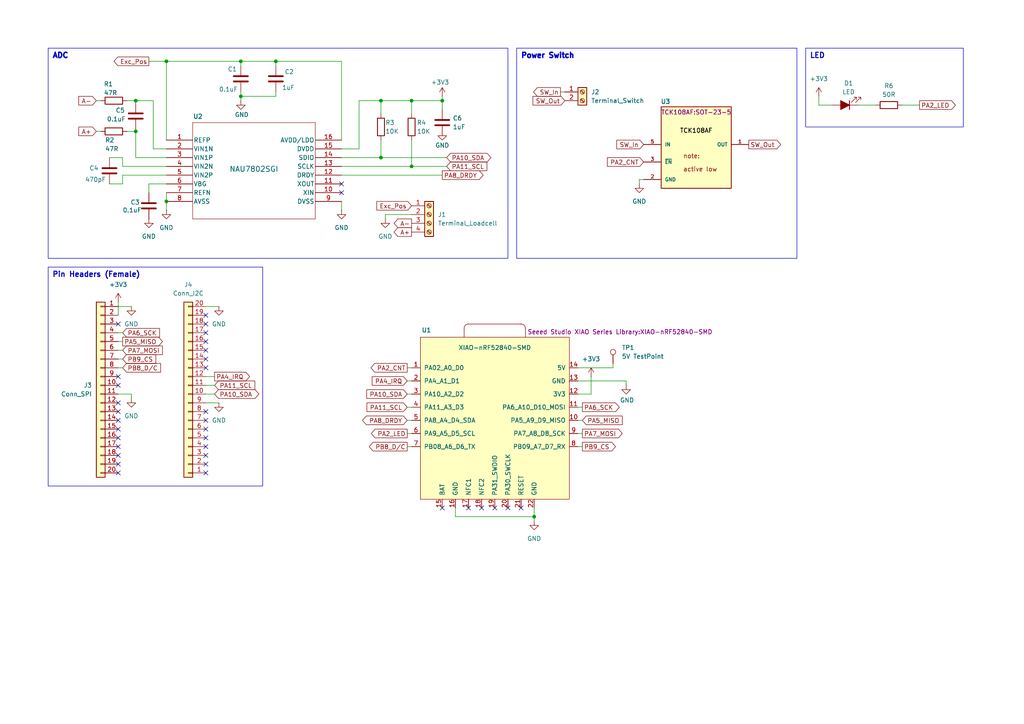
<source format=kicad_sch>
(kicad_sch (version 20231120) (generator "eeschema") (generator_version "8.0")
  (paper "A4")
  (title_block (title "Rocket Gravimetric Espresso Schematic"))
  (lib_symbols
    (symbol "Connector:Screw_Terminal_01x02" (pin_names (offset 1.016) hide)
      (property "Reference" "J" (at 0 2.54 0))
      (property "Value" "Screw_Terminal_01x02" (at 0 -5.08 0))
      (symbol "Screw_Terminal_01x02_1_1"
        (rectangle (start -1.27 1.27) (end 1.27 -3.81) (stroke (width 0.254)) (fill (type background)))
        (circle (center 0 -2.54) (radius 0.635) (stroke (width 0.1524)))
        (polyline (pts (xy -0.5334 -2.2098) (xy 0.3302 -3.048)) (stroke (width 0.1524)))
        (polyline (pts (xy -0.5334 0.3302) (xy 0.3302 -0.508)) (stroke (width 0.1524)))
        (polyline (pts (xy -0.3556 -2.032) (xy 0.508 -2.8702)) (stroke (width 0.1524)))
        (polyline (pts (xy -0.3556 0.508) (xy 0.508 -0.3302)) (stroke (width 0.1524)))
        (circle (center 0 0) (radius 0.635) (stroke (width 0.1524)))
        (pin passive line (at -5.08 0 0) (length 3.81) (name "Pin_1") (number "1"))
        (pin passive line (at -5.08 -2.54 0) (length 3.81) (name "Pin_2") (number "2"))
      )
    )
    (symbol "Connector:Screw_Terminal_01x04" (pin_names (offset 1.016) hide)
      (property "Reference" "J" (at 0 5.08 0))
      (property "Value" "Screw_Terminal_01x04" (at 0 -7.62 0))
      (symbol "Screw_Terminal_01x04_1_1"
        (rectangle (start -1.27 3.81) (end 1.27 -6.35) (stroke (width 0.254)) (fill (type background)))
        (circle (center 0 -5.08) (radius 0.635) (stroke (width 0.1524)))
        (circle (center 0 -2.54) (radius 0.635) (stroke (width 0.1524)))
        (polyline (pts (xy -0.5334 -4.7498) (xy 0.3302 -5.588)) (stroke (width 0.1524)))
        (polyline (pts (xy -0.5334 -2.2098) (xy 0.3302 -3.048)) (stroke (width 0.1524)))
        (polyline (pts (xy -0.5334 0.3302) (xy 0.3302 -0.508)) (stroke (width 0.1524)))
        (polyline (pts (xy -0.5334 2.8702) (xy 0.3302 2.032)) (stroke (width 0.1524)))
        (polyline (pts (xy -0.3556 -4.572) (xy 0.508 -5.4102)) (stroke (width 0.1524)))
        (polyline (pts (xy -0.3556 -2.032) (xy 0.508 -2.8702)) (stroke (width 0.1524)))
        (polyline (pts (xy -0.3556 0.508) (xy 0.508 -0.3302)) (stroke (width 0.1524)))
        (polyline (pts (xy -0.3556 3.048) (xy 0.508 2.2098)) (stroke (width 0.1524)))
        (circle (center 0 0) (radius 0.635) (stroke (width 0.1524)))
        (circle (center 0 2.54) (radius 0.635) (stroke (width 0.1524)))
        (pin passive line (at -5.08 2.54 0) (length 3.81) (name "Pin_1") (number "1"))
        (pin passive line (at -5.08 0 0) (length 3.81) (name "Pin_2") (number "2"))
        (pin passive line (at -5.08 -2.54 0) (length 3.81) (name "Pin_3") (number "3"))
        (pin passive line (at -5.08 -5.08 0) (length 3.81) (name "Pin_4") (number "4"))
      )
    )
    (symbol "Connector:TestPoint" (pin_numbers hide) (pin_names (offset 0.762) hide)
      (property "Reference" "TP" (at 0 6.858 0))
      (property "Value" "TestPoint" (at 0 5.08 0))
      (symbol "TestPoint_0_1"
        (circle (center 0 3.302) (radius 0.762))
      )
      (symbol "TestPoint_1_1"
        (pin passive line (at 0 0 90) (length 2.54) (name "1") (number "1"))
      )
    )
    (symbol "Connector_Generic:Conn_01x20" (pin_names (offset 1.016) hide)
      (property "Reference" "J" (at 0 25.4 0))
      (property "Value" "Conn_01x20" (at 0 -27.94 0))
      (symbol "Conn_01x20_1_1"
        (rectangle (start -1.27 -25.273) (end 0 -25.527) (stroke (width 0.1524)))
        (rectangle (start -1.27 -22.733) (end 0 -22.987) (stroke (width 0.1524)))
        (rectangle (start -1.27 -20.193) (end 0 -20.447) (stroke (width 0.1524)))
        (rectangle (start -1.27 -17.653) (end 0 -17.907) (stroke (width 0.1524)))
        (rectangle (start -1.27 -15.113) (end 0 -15.367) (stroke (width 0.1524)))
        (rectangle (start -1.27 -12.573) (end 0 -12.827) (stroke (width 0.1524)))
        (rectangle (start -1.27 -10.033) (end 0 -10.287) (stroke (width 0.1524)))
        (rectangle (start -1.27 -7.493) (end 0 -7.747) (stroke (width 0.1524)))
        (rectangle (start -1.27 -4.953) (end 0 -5.207) (stroke (width 0.1524)))
        (rectangle (start -1.27 -2.413) (end 0 -2.667) (stroke (width 0.1524)))
        (rectangle (start -1.27 0.127) (end 0 -0.127) (stroke (width 0.1524)))
        (rectangle (start -1.27 2.667) (end 0 2.413) (stroke (width 0.1524)))
        (rectangle (start -1.27 5.207) (end 0 4.953) (stroke (width 0.1524)))
        (rectangle (start -1.27 7.747) (end 0 7.493) (stroke (width 0.1524)))
        (rectangle (start -1.27 10.287) (end 0 10.033) (stroke (width 0.1524)))
        (rectangle (start -1.27 12.827) (end 0 12.573) (stroke (width 0.1524)))
        (rectangle (start -1.27 15.367) (end 0 15.113) (stroke (width 0.1524)))
        (rectangle (start -1.27 17.907) (end 0 17.653) (stroke (width 0.1524)))
        (rectangle (start -1.27 20.447) (end 0 20.193) (stroke (width 0.1524)))
        (rectangle (start -1.27 22.987) (end 0 22.733) (stroke (width 0.1524)))
        (rectangle (start -1.27 24.13) (end 1.27 -26.67) (stroke (width 0.254)) (fill (type background)))
        (pin passive line (at -5.08 22.86 0) (length 3.81) (name "Pin_1") (number "1"))
        (pin passive line (at -5.08 0 0) (length 3.81) (name "Pin_10") (number "10"))
        (pin passive line (at -5.08 -2.54 0) (length 3.81) (name "Pin_11") (number "11"))
        (pin passive line (at -5.08 -5.08 0) (length 3.81) (name "Pin_12") (number "12"))
        (pin passive line (at -5.08 -7.62 0) (length 3.81) (name "Pin_13") (number "13"))
        (pin passive line (at -5.08 -10.16 0) (length 3.81) (name "Pin_14") (number "14"))
        (pin passive line (at -5.08 -12.7 0) (length 3.81) (name "Pin_15") (number "15"))
        (pin passive line (at -5.08 -15.24 0) (length 3.81) (name "Pin_16") (number "16"))
        (pin passive line (at -5.08 -17.78 0) (length 3.81) (name "Pin_17") (number "17"))
        (pin passive line (at -5.08 -20.32 0) (length 3.81) (name "Pin_18") (number "18"))
        (pin passive line (at -5.08 -22.86 0) (length 3.81) (name "Pin_19") (number "19"))
        (pin passive line (at -5.08 20.32 0) (length 3.81) (name "Pin_2") (number "2"))
        (pin passive line (at -5.08 -25.4 0) (length 3.81) (name "Pin_20") (number "20"))
        (pin passive line (at -5.08 17.78 0) (length 3.81) (name "Pin_3") (number "3"))
        (pin passive line (at -5.08 15.24 0) (length 3.81) (name "Pin_4") (number "4"))
        (pin passive line (at -5.08 12.7 0) (length 3.81) (name "Pin_5") (number "5"))
        (pin passive line (at -5.08 10.16 0) (length 3.81) (name "Pin_6") (number "6"))
        (pin passive line (at -5.08 7.62 0) (length 3.81) (name "Pin_7") (number "7"))
        (pin passive line (at -5.08 5.08 0) (length 3.81) (name "Pin_8") (number "8"))
        (pin passive line (at -5.08 2.54 0) (length 3.81) (name "Pin_9") (number "9"))
      )
    )
    (symbol "Device:C" (pin_numbers hide) (pin_names (offset 0.254))
      (property "Reference" "C" (at 0.635 2.54 0))
      (property "Value" "C" (at 0.635 -2.54 0))
      (symbol "C_0_1"
        (polyline (pts (xy -2.032 -0.762) (xy 2.032 -0.762)) (stroke (width 0.508)))
        (polyline (pts (xy -2.032 0.762) (xy 2.032 0.762)) (stroke (width 0.508)))
      )
      (symbol "C_1_1"
        (pin passive line (at 0 3.81 270) (length 2.794) (name "~") (number "1"))
        (pin passive line (at 0 -3.81 90) (length 2.794) (name "~") (number "2"))
      )
    )
    (symbol "Device:LED_Filled" (pin_numbers hide) (pin_names (offset 1.016) hide)
      (property "Reference" "D" (at 0 2.54 0))
      (property "Value" "LED_Filled" (at 0 -2.54 0))
      (symbol "LED_Filled_0_1"
        (polyline (pts (xy -1.27 -1.27) (xy -1.27 1.27)) (stroke (width 0.254)))
        (polyline (pts (xy -1.27 0) (xy 1.27 0)))
        (polyline (pts (xy 1.27 -1.27) (xy 1.27 1.27) (xy -1.27 0) (xy 1.27 -1.27)) (stroke (width 0.254)) (fill (type outline)))
        (polyline (pts (xy -3.048 -0.762) (xy -4.572 -2.286) (xy -3.81 -2.286) (xy -4.572 -2.286) (xy -4.572 -1.524)))
        (polyline (pts (xy -1.778 -0.762) (xy -3.302 -2.286) (xy -2.54 -2.286) (xy -3.302 -2.286) (xy -3.302 -1.524)))
      )
      (symbol "LED_Filled_1_1"
        (pin passive line (at -3.81 0 0) (length 2.54) (name "K") (number "1"))
        (pin passive line (at 3.81 0 180) (length 2.54) (name "A") (number "2"))
      )
    )
    (symbol "Device:R" (pin_numbers hide) (pin_names (offset 0))
      (property "Reference" "R" (at 2.032 0 90))
      (property "Value" "R" (at 0 0 90))
      (symbol "R_0_1"
        (rectangle (start -1.016 -2.54) (end 1.016 2.54) (stroke (width 0.254)))
      )
      (symbol "R_1_1"
        (pin passive line (at 0 3.81 270) (length 1.27) (name "~") (number "1"))
        (pin passive line (at 0 -3.81 90) (length 1.27) (name "~") (number "2"))
      )
    )
    (symbol "MCU_SEEED_XIAO_Series:XIAO-nRF52840-SMD" (pin_names (offset 1.016))
      (property "Reference" "U1" (at -19.812 22.352 0))
      (property "Value" "XIAO-nRF52840-SMD" (at 0 17.272 0))
      (symbol "XIAO-nRF52840-SMD_1_1"
        (rectangle (start -21.59 20.32) (end 21.59 -26.67) (fill (type background)))
        (arc (start -7.62 24.13) (mid -8.518 23.758) (end -8.89 22.86))
        (polyline (pts (xy -8.89 22.86) (xy -8.89 20.32)))
        (polyline (pts (xy -7.62 24.13) (xy 7.62 24.13)))
        (polyline (pts (xy 8.89 22.86) (xy 8.89 20.32)))
        (arc (start 7.62 24.13) (mid 7.62 24.13) (end 7.62 24.13))
        (arc (start 8.89 22.86) (mid 8.518 23.758) (end 7.62 24.13))
        (arc (start 8.89 22.86) (mid 8.89 22.86) (end 8.89 22.86))
        (pin passive line (at -24.13 11.43 0) (length 2.54) (name "PA02_A0_D0") (number "1"))
        (pin passive line (at 24.13 -3.81 180) (length 2.54) (name "PA5_A9_D9_MISO") (number "10"))
        (pin passive line (at 24.13 0 180) (length 2.54) (name "PA6_A10_D10_MOSI") (number "11"))
        (pin passive line (at 24.13 3.81 180) (length 2.54) (name "3V3") (number "12"))
        (pin passive line (at 24.13 7.62 180) (length 2.54) (name "GND") (number "13"))
        (pin passive line (at 24.13 11.43 180) (length 2.54) (name "5V") (number "14"))
        (pin passive line (at -15.24 -29.21 90) (length 2.54) (name "BAT") (number "15"))
        (pin passive line (at -11.43 -29.21 90) (length 2.54) (name "GND") (number "16"))
        (pin passive line (at -7.62 -29.21 90) (length 2.54) (name "NFC1") (number "17"))
        (pin passive line (at -3.81 -29.21 90) (length 2.54) (name "NFC2") (number "18"))
        (pin passive line (at 0 -29.21 90) (length 2.54) (name "PA31_SWDIO") (number "19"))
        (pin passive line (at -24.13 7.62 0) (length 2.54) (name "PA4_A1_D1") (number "2"))
        (pin passive line (at 3.81 -29.21 90) (length 2.54) (name "PA30_SWCLK") (number "20"))
        (pin passive line (at 7.62 -29.21 90) (length 2.54) (name "RESET") (number "21"))
        (pin passive line (at 11.43 -29.21 90) (length 2.54) (name "GND") (number "22"))
        (pin passive line (at -24.13 3.81 0) (length 2.54) (name "PA10_A2_D2") (number "3"))
        (pin passive line (at -24.13 0 0) (length 2.54) (name "PA11_A3_D3") (number "4"))
        (pin passive line (at -24.13 -3.81 0) (length 2.54) (name "PA8_A4_D4_SDA") (number "5"))
        (pin passive line (at -24.13 -7.62 0) (length 2.54) (name "PA9_A5_D5_SCL") (number "6"))
        (pin passive line (at -24.13 -11.43 0) (length 2.54) (name "PB08_A6_D6_TX") (number "7"))
        (pin passive line (at 24.13 -11.43 180) (length 2.54) (name "PB09_A7_D7_RX") (number "8"))
        (pin passive line (at 24.13 -7.62 180) (length 2.54) (name "PA7_A8_D8_SCK") (number "9"))
      )
    )
    (symbol "NAU7802:NAU7802SGI" (pin_names (offset 0.254))
      (property "Reference" "U" (at 25.4 10.16 0))
      (property "Value" "NAU7802SGI" (at 25.4 7.62 0))
      (symbol "NAU7802SGI_0_1"
        (polyline (pts (xy 7.62 -22.86) (xy 43.18 -22.86)) (stroke (width 0.127)))
        (polyline (pts (xy 7.62 5.08) (xy 7.62 -22.86)) (stroke (width 0.127)))
        (polyline (pts (xy 43.18 -22.86) (xy 43.18 5.08)) (stroke (width 0.127)))
        (polyline (pts (xy 43.18 5.08) (xy 7.62 5.08)) (stroke (width 0.127)))
        (pin unspecified line (at 0 0 0) (length 7.62) (name "REFP") (number "1"))
        (pin unspecified line (at 50.8 -15.24 180) (length 7.62) (name "XIN") (number "10"))
        (pin output line (at 50.8 -12.7 180) (length 7.62) (name "XOUT") (number "11"))
        (pin unspecified line (at 50.8 -10.16 180) (length 7.62) (name "DRDY") (number "12"))
        (pin unspecified line (at 50.8 -7.62 180) (length 7.62) (name "SCLK") (number "13"))
        (pin unspecified line (at 50.8 -5.08 180) (length 7.62) (name "SDIO") (number "14"))
        (pin power_in line (at 50.8 -2.54 180) (length 7.62) (name "DVDD") (number "15"))
        (pin power_in line (at 50.8 0 180) (length 7.62) (name "AVDD/LDO") (number "16"))
        (pin input line (at 0 -2.54 0) (length 7.62) (name "VIN1N") (number "2"))
        (pin input line (at 0 -5.08 0) (length 7.62) (name "VIN1P") (number "3"))
        (pin input line (at 0 -7.62 0) (length 7.62) (name "VIN2N") (number "4"))
        (pin input line (at 0 -10.16 0) (length 7.62) (name "VIN2P") (number "5"))
        (pin unspecified line (at 0 -12.7 0) (length 7.62) (name "VBG") (number "6"))
        (pin unspecified line (at 0 -15.24 0) (length 7.62) (name "REFN") (number "7"))
        (pin power_out line (at 0 -17.78 0) (length 7.62) (name "AVSS") (number "8"))
        (pin power_out line (at 50.8 -17.78 180) (length 7.62) (name "DVSS") (number "9"))
      )
    )
    (symbol "TCK108AF:TCK108AF" (pin_names (offset 1.016))
      (property "Reference" "U3" (at -8.89 17.526 0))
      (property "Value" "TCK108AF" (at -0.508 13.97 0))
      (symbol "TCK108AF_0_0"
        (rectangle (start -10.16 -7.62) (end 10.16 16.002) (stroke (width 0.254)) (fill (type background)))
        (text "active low" (at -3.81 -2.794 0) (effects (font (size 1.27 1.27)) (justify left bottom)))
        (text "note:" (at -3.81 1.016 0) (effects (font (size 1.27 1.27)) (justify left bottom)))
        (pin bidirectional line (at 15.24 5.08 180) (length 5.08) (name "OUT") (number "1"))
        (pin bidirectional line (at -15.24 -5.08 0) (length 5.08) (name "GND") (number "2"))
        (pin bidirectional line (at -15.24 0 0) (length 5.08) (name "~{EN}") (number "3"))
        (pin bidirectional line (at -15.24 5.08 0) (length 5.08) (name "IN") (number "5"))
      )
    )
    (symbol "power:+3V3" (power) (pin_numbers hide) (pin_names (offset 0) hide)
      (property "Value" "+3V3" (at 0 3.556 0))
      (symbol "+3V3_0_1"
        (polyline (pts (xy -0.762 1.27) (xy 0 2.54)))
        (polyline (pts (xy 0 0) (xy 0 2.54)))
        (polyline (pts (xy 0 2.54) (xy 0.762 1.27)))
      )
      (symbol "+3V3_1_1"
        (pin power_in line (at 0 0 90) (length 0) (name "~") (number "1"))
      )
    )
    (symbol "power:GND" (power) (pin_numbers hide) (pin_names (offset 0) hide)
      (property "Value" "GND" (at 0 -3.81 0))
      (symbol "GND_0_1"
        (polyline (pts (xy 0 0) (xy 0 -1.27) (xy 1.27 -1.27) (xy 0 -2.54) (xy -1.27 -1.27) (xy 0 -1.27)))
      )
      (symbol "GND_1_1"
        (pin power_in line (at 0 0 270) (length 0) (name "~") (number "1"))
      )
    )
    (symbol "power:VCC" (power) (pin_numbers hide) (pin_names (offset 0) hide)
      (property "Value" "VCC" (at 0 3.556 0))
      (symbol "VCC_0_1"
        (polyline (pts (xy -0.762 1.27) (xy 0 2.54)))
        (polyline (pts (xy 0 0) (xy 0 2.54)))
        (polyline (pts (xy 0 2.54) (xy 0.762 1.27)))
      )
      (symbol "VCC_1_1"
        (pin power_in line (at 0 0 90) (length 0) (name "~") (number "1"))
      )
    )
    (symbol "power:VDDA" (power) (pin_numbers hide) (pin_names (offset 0) hide)
      (property "Value" "VDDA" (at 0 3.556 0))
      (symbol "VDDA_0_1"
        (polyline (pts (xy -0.762 1.27) (xy 0 2.54)))
        (polyline (pts (xy 0 0) (xy 0 2.54)))
        (polyline (pts (xy 0 2.54) (xy 0.762 1.27)))
      )
      (symbol "VDDA_1_1"
        (pin power_in line (at 0 0 90) (length 0) (name "~") (number "1"))
      )
    )
  )
  (junction (at 69.85 17.78))
  (junction (at 69.85 27.94))
  (junction (at 128.27 29.21))
  (junction (at 39.37 29.21))
  (junction (at 154.94 149.86))
  (junction (at 110.49 29.21))
  (junction (at 119.38 29.21))
  (junction (at 48.26 58.42))
  (junction (at 48.26 17.78))
  (junction (at 119.38 48.26))
  (junction (at 110.49 45.72))
  (junction (at 39.37 38.1))
  (junction (at 80.01 17.78))
  (no_connect (at 59.69 124.46))
  (no_connect (at 59.69 99.06))
  (no_connect (at 143.51 147.32))
  (no_connect (at 135.89 147.32))
  (no_connect (at 59.69 93.98))
  (no_connect (at 34.29 119.38))
  (no_connect (at 59.69 96.52))
  (no_connect (at 99.06 55.88))
  (no_connect (at 34.29 134.62))
  (no_connect (at 128.27 147.32))
  (no_connect (at 59.69 119.38))
  (no_connect (at 59.69 127))
  (no_connect (at 34.29 109.22))
  (no_connect (at 59.69 129.54))
  (no_connect (at 59.69 137.16))
  (no_connect (at 59.69 121.92))
  (no_connect (at 34.29 121.92))
  (no_connect (at 34.29 132.08))
  (no_connect (at 59.69 134.62))
  (no_connect (at 99.06 53.34))
  (no_connect (at 59.69 104.14))
  (no_connect (at 34.29 93.98))
  (no_connect (at 59.69 106.68))
  (no_connect (at 59.69 132.08))
  (no_connect (at 34.29 127))
  (no_connect (at 59.69 101.6))
  (no_connect (at 151.13 147.32))
  (no_connect (at 34.29 116.84))
  (no_connect (at 59.69 91.44))
  (no_connect (at 34.29 124.46))
  (no_connect (at 34.29 129.54))
  (no_connect (at 34.29 111.76))
  (no_connect (at 34.29 137.16))
  (no_connect (at 139.7 147.32))
  (no_connect (at 147.32 147.32))
  (wire (pts (xy 80.01 17.78) (xy 80.01 19.05)))
  (wire (pts (xy 69.85 17.78) (xy 69.85 19.05)))
  (wire (pts (xy 80.01 26.67) (xy 80.01 27.94)))
  (wire (pts (xy 43.18 17.78) (xy 48.26 17.78)))
  (wire (pts (xy 35.56 101.6) (xy 34.29 101.6)))
  (wire (pts (xy 185.42 53.34) (xy 185.42 52.07)))
  (wire (pts (xy 35.56 104.14) (xy 34.29 104.14)))
  (wire (pts (xy 34.29 87.63) (xy 34.29 91.44)))
  (wire (pts (xy 69.85 17.78) (xy 80.01 17.78)))
  (wire (pts (xy 237.49 30.48) (xy 237.49 27.94)))
  (wire (pts (xy 171.45 109.22) (xy 171.45 114.3)))
  (wire (pts (xy 99.06 40.64) (xy 99.06 17.78)))
  (wire (pts (xy 118.11 129.54) (xy 119.38 129.54)))
  (wire (pts (xy 35.56 99.06) (xy 34.29 99.06)))
  (wire (pts (xy 110.49 45.72) (xy 129.54 45.72)))
  (wire (pts (xy 118.11 106.68) (xy 119.38 106.68)))
  (wire (pts (xy 99.06 17.78) (xy 80.01 17.78)))
  (wire (pts (xy 162.56 26.67) (xy 163.83 26.67)))
  (wire (pts (xy 31.75 53.34) (xy 35.56 53.34)))
  (wire (pts (xy 177.8 106.68) (xy 177.8 105.41)))
  (wire (pts (xy 111.76 63.5) (xy 111.76 62.23)))
  (wire (pts (xy 35.56 45.72) (xy 35.56 48.26)))
  (wire (pts (xy 110.49 29.21) (xy 119.38 29.21)))
  (wire (pts (xy 128.27 29.21) (xy 128.27 31.75)))
  (wire (pts (xy 167.64 106.68) (xy 177.8 106.68)))
  (wire (pts (xy 118.11 118.11) (xy 119.38 118.11)))
  (wire (pts (xy 35.56 106.68) (xy 34.29 106.68)))
  (wire (pts (xy 35.56 50.8) (xy 48.26 50.8)))
  (wire (pts (xy 39.37 29.845) (xy 39.37 29.21)))
  (wire (pts (xy 69.85 27.94) (xy 69.85 26.67)))
  (wire (pts (xy 99.06 58.42) (xy 99.06 60.96)))
  (wire (pts (xy 181.61 110.49) (xy 181.61 111.76)))
  (wire (pts (xy 36.83 38.1) (xy 39.37 38.1)))
  (wire (pts (xy 43.18 55.88) (xy 43.18 53.34)))
  (wire (pts (xy 167.64 110.49) (xy 181.61 110.49)))
  (wire (pts (xy 132.08 149.86) (xy 154.94 149.86)))
  (wire (pts (xy 48.26 55.88) (xy 48.26 58.42)))
  (wire (pts (xy 63.5 116.84) (xy 59.69 116.84)))
  (wire (pts (xy 39.37 37.465) (xy 39.37 38.1)))
  (wire (pts (xy 168.91 121.92) (xy 167.64 121.92)))
  (wire (pts (xy 119.38 48.26) (xy 129.54 48.26)))
  (wire (pts (xy 99.06 43.18) (xy 104.14 43.18)))
  (wire (pts (xy 118.11 125.73) (xy 119.38 125.73)))
  (wire (pts (xy 119.38 40.64) (xy 119.38 48.26)))
  (wire (pts (xy 237.49 30.48) (xy 241.3 30.48)))
  (wire (pts (xy 110.49 45.72) (xy 99.06 45.72)))
  (wire (pts (xy 35.56 48.26) (xy 48.26 48.26)))
  (wire (pts (xy 35.56 53.34) (xy 35.56 50.8)))
  (wire (pts (xy 119.38 48.26) (xy 99.06 48.26)))
  (wire (pts (xy 69.85 27.94) (xy 69.85 29.21)))
  (wire (pts (xy 168.91 118.11) (xy 167.64 118.11)))
  (wire (pts (xy 62.23 111.76) (xy 59.69 111.76)))
  (wire (pts (xy 31.75 45.72) (xy 35.56 45.72)))
  (wire (pts (xy 110.49 29.21) (xy 110.49 33.02)))
  (wire (pts (xy 69.85 17.78) (xy 48.26 17.78)))
  (wire (pts (xy 171.45 114.3) (xy 167.64 114.3)))
  (wire (pts (xy 118.11 110.49) (xy 119.38 110.49)))
  (wire (pts (xy 128.27 27.94) (xy 128.27 29.21)))
  (wire (pts (xy 44.45 29.21) (xy 44.45 43.18)))
  (wire (pts (xy 59.69 88.9) (xy 63.5 88.9)))
  (wire (pts (xy 62.23 114.3) (xy 59.69 114.3)))
  (wire (pts (xy 104.14 29.21) (xy 110.49 29.21)))
  (wire (pts (xy 38.1 114.3) (xy 38.1 115.57)))
  (wire (pts (xy 128.27 50.8) (xy 99.06 50.8)))
  (wire (pts (xy 118.11 114.3) (xy 119.38 114.3)))
  (wire (pts (xy 154.94 149.86) (xy 154.94 147.32)))
  (wire (pts (xy 110.49 40.64) (xy 110.49 45.72)))
  (wire (pts (xy 44.45 43.18) (xy 48.26 43.18)))
  (wire (pts (xy 168.91 125.73) (xy 167.64 125.73)))
  (wire (pts (xy 48.26 58.42) (xy 48.26 60.96)))
  (wire (pts (xy 69.85 27.94) (xy 80.01 27.94)))
  (wire (pts (xy 185.42 52.07) (xy 186.69 52.07)))
  (wire (pts (xy 34.29 88.9) (xy 38.1 88.9)))
  (wire (pts (xy 39.37 45.72) (xy 48.26 45.72)))
  (wire (pts (xy 62.23 109.22) (xy 59.69 109.22)))
  (wire (pts (xy 27.94 29.21) (xy 29.21 29.21)))
  (wire (pts (xy 48.26 17.78) (xy 48.26 40.64)))
  (wire (pts (xy 39.37 29.21) (xy 44.45 29.21)))
  (wire (pts (xy 39.37 38.1) (xy 39.37 45.72)))
  (wire (pts (xy 132.08 147.32) (xy 132.08 149.86)))
  (wire (pts (xy 104.14 29.21) (xy 104.14 43.18)))
  (wire (pts (xy 154.94 151.13) (xy 154.94 149.86)))
  (wire (pts (xy 118.11 121.92) (xy 119.38 121.92)))
  (wire (pts (xy 119.38 29.21) (xy 119.38 33.02)))
  (wire (pts (xy 35.56 96.52) (xy 34.29 96.52)))
  (wire (pts (xy 168.91 129.54) (xy 167.64 129.54)))
  (wire (pts (xy 36.83 29.21) (xy 39.37 29.21)))
  (wire (pts (xy 43.18 53.34) (xy 48.26 53.34)))
  (wire (pts (xy 128.27 39.37) (xy 128.27 38.1)))
  (wire (pts (xy 261.62 30.48) (xy 266.7 30.48)))
  (wire (pts (xy 111.76 62.23) (xy 119.38 62.23)))
  (wire (pts (xy 34.29 114.3) (xy 38.1 114.3)))
  (wire (pts (xy 248.92 30.48) (xy 254 30.48)))
  (wire (pts (xy 27.94 38.1) (xy 29.21 38.1)))
  (wire (pts (xy 119.38 29.21) (xy 128.27 29.21)))
  (text_box "Power Switch" (at 149.86 13.97 0) (size 81.28 60.96) (effects (font (size 1.524 1.524) (thickness 0.4064) (bold yes)) (justify left top)))
  (text_box "LED" (at 233.68 13.97 0) (size 45.72 22.86) (effects (font (size 1.524 1.524) (thickness 0.3048) (bold yes)) (justify left top)))
  (text_box "ADC" (at 13.97 13.97 0) (size 133.35 60.96) (effects (font (size 1.524 1.524) (thickness 0.4064) (bold yes)) (justify left top)))
  (text_box "Pin Headers (Female)" (at 13.97 77.47 0) (size 62.23 63.5) (effects (font (size 1.524 1.524) (thickness 0.3048) (bold yes)) (justify left top)))
  (global_label "PB9_CS" (shape input) (at 35.56 104.14 0) (property "Intersheetrefs" "${INTERSHEET_REFS}" (effects (hide yes))))
  (global_label "PA10_SDA" (shape input) (at 118.11 114.3 180) (property "Intersheetrefs" "${INTERSHEET_REFS}" (effects (hide yes))))
  (global_label "SW_In" (shape output) (at 162.56 26.67 180) (property "Intersheetrefs" "${INTERSHEET_REFS}" (effects (hide yes))))
  (global_label "SW_Out" (shape input) (at 163.83 29.21 180) (property "Intersheetrefs" "${INTERSHEET_REFS}" (effects (hide yes))))
  (global_label "A+" (shape output) (at 119.38 67.31 180) (property "Intersheetrefs" "${INTERSHEET_REFS}" (effects (hide yes))))
  (global_label "PB8_D{slash}C" (shape input) (at 35.56 106.68 0) (property "Intersheetrefs" "${INTERSHEET_REFS}" (effects (hide yes))))
  (global_label "PA8_DRDY" (shape output) (at 128.27 50.8 0) (property "Intersheetrefs" "${INTERSHEET_REFS}" (effects (hide yes))))
  (global_label "A+" (shape input) (at 27.94 38.1 180) (property "Intersheetrefs" "${INTERSHEET_REFS}" (effects (hide yes))))
  (global_label "PA7_MOSI" (shape input) (at 35.56 101.6 0) (property "Intersheetrefs" "${INTERSHEET_REFS}" (effects (hide yes))))
  (global_label "PA6_SCK" (shape input) (at 35.56 96.52 0) (property "Intersheetrefs" "${INTERSHEET_REFS}" (effects (hide yes))))
  (global_label "PA2_LED" (shape output) (at 266.7 30.48 0) (effects (font (thickness 0.1588))) (property "Intersheetrefs" "${INTERSHEET_REFS}" (effects (hide yes))))
  (global_label "PA10_SDA" (shape bidirectional) (at 62.23 114.3 0) (property "Intersheetrefs" "${INTERSHEET_REFS}" (effects (hide yes))))
  (global_label "PA7_MOSI" (shape output) (at 168.91 125.73 0) (property "Intersheetrefs" "${INTERSHEET_REFS}" (effects (hide yes))))
  (global_label "PA8_DRDY" (shape bidirectional) (at 118.11 121.92 180) (property "Intersheetrefs" "${INTERSHEET_REFS}" (effects (hide yes))))
  (global_label "PB9_CS" (shape output) (at 168.91 129.54 0) (property "Intersheetrefs" "${INTERSHEET_REFS}" (effects (hide yes))))
  (global_label "Exc_Pos" (shape input) (at 119.38 59.69 180) (property "Intersheetrefs" "${INTERSHEET_REFS}" (effects (hide yes))))
  (global_label "PA11_SCL" (shape input) (at 118.11 118.11 180) (property "Intersheetrefs" "${INTERSHEET_REFS}" (effects (hide yes))))
  (global_label "PB8_D{slash}C" (shape output) (at 118.11 129.54 180) (property "Intersheetrefs" "${INTERSHEET_REFS}" (effects (hide yes))))
  (global_label "PA2_LED" (shape output) (at 118.11 125.73 180) (property "Intersheetrefs" "${INTERSHEET_REFS}" (effects (hide yes))))
  (global_label "PA4_IRQ" (shape input) (at 118.11 110.49 180) (effects (font (thickness 0.1588))) (property "Intersheetrefs" "${INTERSHEET_REFS}" (effects (hide yes))))
  (global_label "PA5_MISO" (shape output) (at 35.56 99.06 0) (property "Intersheetrefs" "${INTERSHEET_REFS}" (effects (hide yes))))
  (global_label "Exc_Pos" (shape output) (at 43.18 17.78 180) (property "Intersheetrefs" "${INTERSHEET_REFS}" (effects (hide yes))))
  (global_label "PA4_IRQ" (shape output) (at 62.23 109.22 0) (property "Intersheetrefs" "${INTERSHEET_REFS}" (effects (hide yes))))
  (global_label "SW_In" (shape input) (at 186.69 41.91 180) (property "Intersheetrefs" "${INTERSHEET_REFS}" (effects (hide yes))))
  (global_label "PA2_CNT" (shape output) (at 118.11 106.68 180) (property "Intersheetrefs" "${INTERSHEET_REFS}" (effects (hide yes))))
  (global_label "PA11_SCL" (shape input) (at 62.23 111.76 0) (property "Intersheetrefs" "${INTERSHEET_REFS}" (effects (hide yes))))
  (global_label "A-" (shape output) (at 119.38 64.77 180) (property "Intersheetrefs" "${INTERSHEET_REFS}" (effects (hide yes))))
  (global_label "PA6_SCK" (shape output) (at 168.91 118.11 0) (property "Intersheetrefs" "${INTERSHEET_REFS}" (effects (hide yes))))
  (global_label "SW_Out" (shape output) (at 217.17 41.91 0) (property "Intersheetrefs" "${INTERSHEET_REFS}" (effects (hide yes))))
  (global_label "A-" (shape input) (at 27.94 29.21 180) (property "Intersheetrefs" "${INTERSHEET_REFS}" (effects (hide yes))))
  (global_label "PA10_SDA" (shape bidirectional) (at 129.54 45.72 0) (property "Intersheetrefs" "${INTERSHEET_REFS}" (effects (hide yes))))
  (global_label "PA5_MISO" (shape input) (at 168.91 121.92 0) (property "Intersheetrefs" "${INTERSHEET_REFS}" (effects (hide yes))))
  (global_label "PA11_SCL" (shape input) (at 129.54 48.26 0) (property "Intersheetrefs" "${INTERSHEET_REFS}" (effects (hide yes))))
  (global_label "PA2_CNT" (shape input) (at 186.69 46.99 180) (property "Intersheetrefs" "${INTERSHEET_REFS}" (effects (hide yes))))
  (symbol (lib_id "power:VDDA") (at 34.29 87.63 0) (unit 1)
    (property "Reference" "#PWR02" (effects (hide yes)))
    (property "Value" "+3V3" (at 34.29 82.55 0))
    (property "Description" "Power symbol creates a global label with name \"VDDA\"" (effects (hide yes)))
  )
  (symbol (lib_id "Device:C") (at 43.18 59.69 0) (unit 1)
    (property "Reference" "C3" (at 37.846 58.674 0) (effects (justify left)))
    (property "Value" "0.1uF" (at 35.56 60.96 0) (effects (justify left)))
    (property "Footprint" "Capacitor_SMD:C_1206_3216Metric_Pad1.33x1.80mm_HandSolder" (effects (hide yes)))
    (property "Description" "Unpolarized capacitor" (effects (hide yes)))
  )
  (symbol (lib_id "Connector:Screw_Terminal_01x02") (at 168.91 26.67 0) (unit 1)
    (property "Reference" "J2" (at 171.45 26.6699 0) (effects (justify left)))
    (property "Value" "Terminal_Switch" (at 171.45 29.2099 0) (effects (justify left)))
    (property "Footprint" "TerminalBlock_TE-Connectivity:TerminalBlock_TE_282834-2_1x02_P2.54mm_Horizontal" (effects (hide yes)))
    (property "Description" "Generic screw terminal, single row, 01x02, script generated (kicad-library-utils/schlib/autogen/connector/)" (effects (hide yes)))
  )
  (symbol (lib_id "Device:C") (at 39.37 33.655 0) (unit 1)
    (property "Reference" "C5" (at 33.528 32.004 0) (effects (justify left)))
    (property "Value" "0.1uF" (at 30.988 34.544 0) (effects (justify left)))
    (property "Footprint" "Capacitor_SMD:C_1206_3216Metric_Pad1.33x1.80mm_HandSolder" (effects (hide yes)))
    (property "Description" "Unpolarized capacitor" (effects (hide yes)))
  )
  (symbol (lib_id "Device:C") (at 31.75 49.53 0) (unit 1)
    (property "Reference" "C4" (at 25.908 48.768 0) (effects (justify left)))
    (property "Value" "470pF" (at 24.638 52.07 0) (effects (justify left)))
    (property "Footprint" "Capacitor_SMD:C_1206_3216Metric_Pad1.33x1.80mm_HandSolder" (effects (hide yes)))
    (property "Description" "Unpolarized capacitor" (effects (hide yes)))
  )
  (symbol (lib_id "power:GND") (at 99.06 60.96 0) (unit 1)
    (property "Reference" "#PWR06" (effects (hide yes)))
    (property "Value" "GND" (at 99.06 66.04 0))
    (property "Description" "Power symbol creates a global label with name \"GND\" , ground" (effects (hide yes)))
  )
  (symbol (lib_id "power:GND") (at 63.5 116.84 0) (unit 1)
    (property "Reference" "#PWR010" (effects (hide yes)))
    (property "Value" "GND" (at 63.5 121.92 0))
    (property "Description" "Power symbol creates a global label with name \"GND\" , ground" (effects (hide yes)))
  )
  (symbol (lib_id "Device:R") (at 33.02 29.21 270) (unit 1)
    (property "Reference" "R1" (at 30.099 24.384 90) (effects (justify left)))
    (property "Value" "47R" (at 30.099 26.924 90) (effects (justify left)))
    (property "Footprint" "Resistor_SMD:R_1206_3216Metric_Pad1.30x1.75mm_HandSolder" (effects (hide yes)))
    (property "Description" "Resistor" (effects (hide yes)))
  )
  (symbol (lib_id "power:GND") (at 63.5 88.9 0) (unit 1)
    (property "Reference" "#PWR08" (effects (hide yes)))
    (property "Value" "GND" (at 63.5 93.98 0))
    (property "Description" "Power symbol creates a global label with name \"GND\" , ground" (effects (hide yes)))
  )
  (symbol (lib_id "NAU7802:NAU7802SGI") (at 48.26 40.64 0) (unit 1)
    (property "Reference" "U2" (at 57.404 33.782 0) (effects (font (thickness 0.1905))))
    (property "Value" "NAU7802SGI" (at 73.66 49.022 0) (effects (font (size 1.524 1.524))))
    (property "Footprint" "Library:SOI16_NAU7802SGI_NUV" (effects (hide yes)))
    (property "Datasheet" "NAU7802SGI" (effects (hide yes)))
  )
  (symbol (lib_id "Device:R") (at 110.49 36.83 0) (unit 1)
    (property "Reference" "R3" (at 111.76 35.56 0) (effects (justify left)))
    (property "Value" "10K" (at 111.76 38.1 0) (effects (justify left)))
    (property "Footprint" "Resistor_SMD:R_1206_3216Metric_Pad1.30x1.75mm_HandSolder" (effects (hide yes)))
    (property "Description" "Resistor" (effects (hide yes)))
  )
  (symbol (lib_id "Device:C") (at 80.01 22.86 0) (unit 1)
    (property "Reference" "C2" (at 82.55 20.828 0) (effects (justify left)))
    (property "Value" "1uF" (at 81.788 25.4 0) (effects (justify left)))
    (property "Footprint" "Capacitor_SMD:C_1206_3216Metric_Pad1.33x1.80mm_HandSolder" (effects (hide yes)))
    (property "Description" "Unpolarized capacitor" (effects (hide yes)))
  )
  (symbol (lib_id "power:VDDA") (at 237.49 27.94 0) (unit 1)
    (property "Reference" "#PWR03" (effects (hide yes)))
    (property "Value" "+3V3" (at 237.49 22.86 0))
    (property "Description" "Power symbol creates a global label with name \"VDDA\"" (effects (hide yes)))
  )
  (symbol (lib_id "Connector_Generic:Conn_01x20") (at 54.61 114.3 180) (unit 1)
    (property "Reference" "J4" (at 54.61 82.55 0))
    (property "Value" "Conn_I2C" (at 54.61 85.09 0))
    (property "Footprint" "Connector_PinSocket_2.54mm:PinSocket_1x20_P2.54mm_Vertical" (effects (hide yes)))
    (property "Description" "Generic connector, single row, 01x20, script generated (kicad-library-utils/schlib/autogen/connector/)" (effects (hide yes)))
  )
  (symbol (lib_id "power:GND") (at 69.85 29.21 0) (unit 1)
    (property "Reference" "#PWR09" (effects (hide yes)))
    (property "Value" "GND" (at 70.104 33.274 0))
    (property "Description" "Power symbol creates a global label with name \"GND\" , ground" (effects (hide yes)))
  )
  (symbol (lib_id "power:GND") (at 43.18 63.5 0) (unit 1)
    (property "Reference" "#PWR017" (effects (hide yes)))
    (property "Value" "GND" (at 43.18 68.58 0))
    (property "Description" "Power symbol creates a global label with name \"GND\" , ground" (effects (hide yes)))
  )
  (symbol (lib_id "power:GND") (at 154.94 151.13 0) (unit 1)
    (property "Reference" "#PWR014" (effects (hide yes)))
    (property "Value" "GND" (at 154.94 156.21 0))
    (property "Description" "Power symbol creates a global label with name \"GND\" , ground" (effects (hide yes)))
  )
  (symbol (lib_id "Connector:TestPoint") (at 177.8 105.41 0) (unit 1)
    (property "Reference" "TP1" (at 180.34 100.8379 0) (effects (justify left)))
    (property "Value" "5V TestPoint" (at 180.34 103.3779 0) (effects (justify left)))
    (property "Footprint" "TestPoint:TestPoint_Pad_D1.5mm" (effects (hide yes)))
    (property "Description" "test point" (effects (hide yes)))
  )
  (symbol (lib_id "Connector:Screw_Terminal_01x04") (at 124.46 62.23 0) (unit 1)
    (property "Reference" "J1" (at 127 62.2299 0) (effects (justify left)))
    (property "Value" "Terminal_Loadcell" (at 127 64.7699 0) (effects (justify left)))
    (property "Footprint" "TerminalBlock_TE-Connectivity:TerminalBlock_TE_282834-4_1x04_P2.54mm_Horizontal" (effects (hide yes)))
    (property "Description" "Generic screw terminal, single row, 01x04, script generated (kicad-library-utils/schlib/autogen/connector/)" (effects (hide yes)))
  )
  (symbol (lib_id "power:GND") (at 128.27 38.1 0) (unit 1)
    (property "Reference" "#PWR05" (effects (hide yes)))
    (property "Value" "GND" (at 128.27 42.164 0))
    (property "Description" "Power symbol creates a global label with name \"GND\" , ground" (effects (hide yes)))
  )
  (symbol (lib_id "power:GND") (at 38.1 115.57 0) (mirror y) (unit 1)
    (property "Reference" "#PWR013" (effects (hide yes)))
    (property "Value" "GND" (at 38.1 120.65 0))
    (property "Description" "Power symbol creates a global label with name \"GND\" , ground" (effects (hide yes)))
  )
  (symbol (lib_id "power:GND") (at 185.42 53.34 0) (unit 1)
    (property "Reference" "#PWR04" (effects (hide yes)))
    (property "Value" "GND" (at 185.42 58.42 0))
    (property "Description" "Power symbol creates a global label with name \"GND\" , ground" (effects (hide yes)))
  )
  (symbol (lib_id "power:GND") (at 48.26 60.96 0) (unit 1)
    (property "Reference" "#PWR011" (effects (hide yes)))
    (property "Value" "GND" (at 48.26 66.04 0))
    (property "Description" "Power symbol creates a global label with name \"GND\" , ground" (effects (hide yes)))
  )
  (symbol (lib_id "Connector_Generic:Conn_01x20") (at 29.21 111.76 0) (mirror y) (unit 1)
    (property "Reference" "J3" (at 26.67 111.7599 0) (effects (justify left)))
    (property "Value" "Conn_SPI" (at 26.67 114.2999 0) (effects (justify left)))
    (property "Footprint" "Connector_PinSocket_2.54mm:PinSocket_1x20_P2.54mm_Vertical" (effects (hide yes)))
    (property "Description" "Generic connector, single row, 01x20, script generated (kicad-library-utils/schlib/autogen/connector/)" (effects (hide yes)))
  )
  (symbol (lib_id "power:GND") (at 38.1 88.9 0) (mirror y) (unit 1)
    (property "Reference" "#PWR012" (effects (hide yes)))
    (property "Value" "GND" (at 38.1 93.98 0))
    (property "Description" "Power symbol creates a global label with name \"GND\" , ground" (effects (hide yes)))
  )
  (symbol (lib_id "Device:R") (at 257.81 30.48 90) (unit 1)
    (property "Reference" "R6" (at 257.81 24.892 90))
    (property "Value" "50R" (at 257.81 27.432 90))
    (property "Footprint" "Resistor_SMD:R_1206_3216Metric_Pad1.30x1.75mm_HandSolder" (effects (hide yes)))
    (property "Description" "Resistor" (effects (hide yes)))
  )
  (symbol (lib_id "Device:LED_Filled") (at 245.11 30.48 180) (unit 1)
    (property "Reference" "D1" (at 246.126 24.13 0))
    (property "Value" "LED" (at 246.126 26.67 0))
    (property "Footprint" "LED_SMD:LED_1206_3216Metric_Pad1.42x1.75mm_HandSolder" (effects (hide yes)))
    (property "Description" "Light emitting diode, filled shape" (effects (hide yes)))
  )
  (symbol (lib_id "power:GND") (at 181.61 111.76 0) (unit 1)
    (property "Reference" "#PWR_FLAG0101" (effects (hide yes)))
    (property "Value" "GND" (at 181.864 116.078 0))
    (property "Description" "Power symbol creates a global label with name \"GND\" , ground" (effects (hide yes)))
  )
  (symbol (lib_id "power:GND") (at 111.76 63.5 0) (unit 1)
    (property "Reference" "#PWR016" (effects (hide yes)))
    (property "Value" "GND" (at 111.76 68.58 0))
    (property "Description" "Power symbol creates a global label with name \"GND\" , ground" (effects (hide yes)))
  )
  (symbol (lib_id "Device:R") (at 119.38 36.83 0) (unit 1)
    (property "Reference" "R4" (at 120.904 35.56 0) (effects (justify left)))
    (property "Value" "10K" (at 120.904 38.1 0) (effects (justify left)))
    (property "Footprint" "Resistor_SMD:R_1206_3216Metric_Pad1.30x1.75mm_HandSolder" (effects (hide yes)))
    (property "Description" "Resistor" (effects (hide yes)))
  )
  (symbol (lib_id "MCU_SEEED_XIAO_Series:XIAO-nRF52840-SMD") (at 143.51 118.11 0) (unit 1)
    (property "Reference" "U1" (at 123.698 95.758 0) (effects (font (thickness 0.1905))))
    (property "Value" "XIAO-nRF52840-SMD" (at 143.51 100.838 0))
    (property "Footprint" "Seeed Studio XIAO Series Library:XIAO-nRF52840-SMD" (at 179.832 96.266 0))
  )
  (symbol (lib_id "Device:C") (at 69.85 22.86 0) (unit 1)
    (property "Reference" "C1" (at 66.04 20.066 0) (effects (justify left)))
    (property "Value" "0.1uF" (at 63.5 25.908 0) (effects (justify left)))
    (property "Footprint" "Capacitor_SMD:C_1206_3216Metric_Pad1.33x1.80mm_HandSolder" (effects (hide yes)))
    (property "Description" "Unpolarized capacitor" (effects (hide yes)))
  )
  (symbol (lib_id "Device:C") (at 128.27 35.56 0) (unit 1)
    (property "Reference" "C6" (at 131.318 34.29 0) (effects (justify left)))
    (property "Value" "1uF" (at 131.318 36.83 0) (effects (justify left)))
    (property "Footprint" "Capacitor_SMD:C_1206_3216Metric_Pad1.33x1.80mm_HandSolder" (effects (hide yes)))
    (property "Description" "Unpolarized capacitor" (effects (hide yes)))
  )
  (symbol (lib_id "TCK108AF:TCK108AF") (at 201.93 46.99 0) (unit 1)
    (property "Reference" "U3" (at 193.04 29.464 0) (effects (font (thickness 0.1905))))
    (property "Value" "TCK108AF" (at 201.93 37.846 0))
    (property "Footprint" "TCK108AF:SOT-23-5" (at 201.93 33.274 0) (effects (justify bottom)))
    (property "MF" "Toshiba" (effects (hide yes)))
    (property "Description_1" "\n                        \n                            Power Switch Hi Side 1-OUT 1A 0.175Ohm 5-Pin SMV T/R\n                        \n" (effects (hide yes)))
    (property "Package" "None" (effects (hide yes)))
    (property "Price" "None" (effects (hide yes)))
    (property "SnapEDA_Link" "https://www.snapeda.com/parts/TCK108AF/Toshiba/view-part/?ref=snap" (effects (hide yes)))
    (property "MP" "TCK108AF" (effects (hide yes)))
    (property "Availability" "In Stock" (effects (hide yes)))
    (property "Check_prices" "https://www.snapeda.com/parts/TCK108AF/Toshiba/view-part/?ref=eda" (effects (hide yes)))
  )
  (symbol (lib_id "power:VCC") (at 128.27 27.94 0) (unit 1)
    (property "Reference" "#PWR07" (effects (hide yes)))
    (property "Value" "+3V3" (at 127.635 23.876 0))
    (property "Description" "Power symbol creates a global label with name \"VCC\"" (effects (hide yes)))
  )
  (symbol (lib_id "Device:R") (at 33.02 38.1 270) (unit 1)
    (property "Reference" "R2" (at 30.48 40.64 90) (effects (justify left)))
    (property "Value" "47R" (at 30.48 43.18 90) (effects (justify left)))
    (property "Footprint" "Resistor_SMD:R_1206_3216Metric_Pad1.30x1.75mm_HandSolder" (effects (hide yes)))
    (property "Description" "Resistor" (effects (hide yes)))
  )
  (symbol (lib_id "power:+3V3") (at 171.45 109.22 0) (unit 1)
    (property "Reference" "#PWR015" (effects (hide yes)))
    (property "Value" "+3V3" (at 171.45 104.14 0))
    (property "Description" "Power symbol creates a global label with name \"+3V3\"" (effects (hide yes)))
  )
)
</source>
